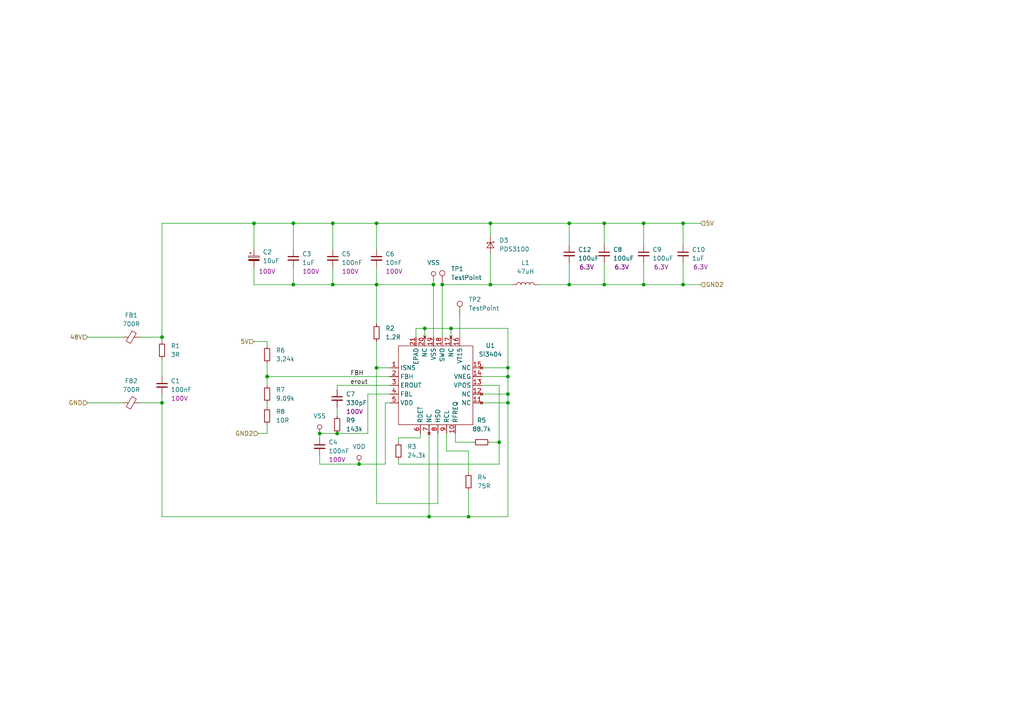
<source format=kicad_sch>
(kicad_sch (version 20211123) (generator eeschema)

  (uuid 7054d370-b592-4b76-9916-601c7db6771a)

  (paper "A4")

  (lib_symbols
    (symbol "Connector:TestPoint" (pin_numbers hide) (pin_names (offset 0.762) hide) (in_bom yes) (on_board yes)
      (property "Reference" "TP" (id 0) (at 0 6.858 0)
        (effects (font (size 1.27 1.27)))
      )
      (property "Value" "TestPoint" (id 1) (at 0 5.08 0)
        (effects (font (size 1.27 1.27)))
      )
      (property "Footprint" "" (id 2) (at 5.08 0 0)
        (effects (font (size 1.27 1.27)) hide)
      )
      (property "Datasheet" "~" (id 3) (at 5.08 0 0)
        (effects (font (size 1.27 1.27)) hide)
      )
      (property "ki_keywords" "test point tp" (id 4) (at 0 0 0)
        (effects (font (size 1.27 1.27)) hide)
      )
      (property "ki_description" "test point" (id 5) (at 0 0 0)
        (effects (font (size 1.27 1.27)) hide)
      )
      (property "ki_fp_filters" "Pin* Test*" (id 6) (at 0 0 0)
        (effects (font (size 1.27 1.27)) hide)
      )
      (symbol "TestPoint_0_1"
        (circle (center 0 3.302) (radius 0.762)
          (stroke (width 0) (type default) (color 0 0 0 0))
          (fill (type none))
        )
      )
      (symbol "TestPoint_1_1"
        (pin passive line (at 0 0 90) (length 2.54)
          (name "1" (effects (font (size 1.27 1.27))))
          (number "1" (effects (font (size 1.27 1.27))))
        )
      )
    )
    (symbol "Device:CP_Small" (pin_numbers hide) (pin_names (offset 0.254) hide) (in_bom yes) (on_board yes)
      (property "Reference" "C" (id 0) (at 0.254 1.778 0)
        (effects (font (size 1.27 1.27)) (justify left))
      )
      (property "Value" "CP_Small" (id 1) (at 0.254 -2.032 0)
        (effects (font (size 1.27 1.27)) (justify left))
      )
      (property "Footprint" "" (id 2) (at 0 0 0)
        (effects (font (size 1.27 1.27)) hide)
      )
      (property "Datasheet" "~" (id 3) (at 0 0 0)
        (effects (font (size 1.27 1.27)) hide)
      )
      (property "ki_keywords" "cap capacitor" (id 4) (at 0 0 0)
        (effects (font (size 1.27 1.27)) hide)
      )
      (property "ki_description" "Polarized capacitor, small symbol" (id 5) (at 0 0 0)
        (effects (font (size 1.27 1.27)) hide)
      )
      (property "ki_fp_filters" "CP_*" (id 6) (at 0 0 0)
        (effects (font (size 1.27 1.27)) hide)
      )
      (symbol "CP_Small_0_1"
        (rectangle (start -1.524 -0.3048) (end 1.524 -0.6858)
          (stroke (width 0) (type default) (color 0 0 0 0))
          (fill (type outline))
        )
        (rectangle (start -1.524 0.6858) (end 1.524 0.3048)
          (stroke (width 0) (type default) (color 0 0 0 0))
          (fill (type none))
        )
        (polyline
          (pts
            (xy -1.27 1.524)
            (xy -0.762 1.524)
          )
          (stroke (width 0) (type default) (color 0 0 0 0))
          (fill (type none))
        )
        (polyline
          (pts
            (xy -1.016 1.27)
            (xy -1.016 1.778)
          )
          (stroke (width 0) (type default) (color 0 0 0 0))
          (fill (type none))
        )
      )
      (symbol "CP_Small_1_1"
        (pin passive line (at 0 2.54 270) (length 1.8542)
          (name "~" (effects (font (size 1.27 1.27))))
          (number "1" (effects (font (size 1.27 1.27))))
        )
        (pin passive line (at 0 -2.54 90) (length 1.8542)
          (name "~" (effects (font (size 1.27 1.27))))
          (number "2" (effects (font (size 1.27 1.27))))
        )
      )
    )
    (symbol "Device:C_Small" (pin_numbers hide) (pin_names (offset 0.254) hide) (in_bom yes) (on_board yes)
      (property "Reference" "C" (id 0) (at 0.254 1.778 0)
        (effects (font (size 1.27 1.27)) (justify left))
      )
      (property "Value" "C_Small" (id 1) (at 0.254 -2.032 0)
        (effects (font (size 1.27 1.27)) (justify left))
      )
      (property "Footprint" "" (id 2) (at 0 0 0)
        (effects (font (size 1.27 1.27)) hide)
      )
      (property "Datasheet" "~" (id 3) (at 0 0 0)
        (effects (font (size 1.27 1.27)) hide)
      )
      (property "ki_keywords" "capacitor cap" (id 4) (at 0 0 0)
        (effects (font (size 1.27 1.27)) hide)
      )
      (property "ki_description" "Unpolarized capacitor, small symbol" (id 5) (at 0 0 0)
        (effects (font (size 1.27 1.27)) hide)
      )
      (property "ki_fp_filters" "C_*" (id 6) (at 0 0 0)
        (effects (font (size 1.27 1.27)) hide)
      )
      (symbol "C_Small_0_1"
        (polyline
          (pts
            (xy -1.524 -0.508)
            (xy 1.524 -0.508)
          )
          (stroke (width 0.3302) (type default) (color 0 0 0 0))
          (fill (type none))
        )
        (polyline
          (pts
            (xy -1.524 0.508)
            (xy 1.524 0.508)
          )
          (stroke (width 0.3048) (type default) (color 0 0 0 0))
          (fill (type none))
        )
      )
      (symbol "C_Small_1_1"
        (pin passive line (at 0 2.54 270) (length 2.032)
          (name "~" (effects (font (size 1.27 1.27))))
          (number "1" (effects (font (size 1.27 1.27))))
        )
        (pin passive line (at 0 -2.54 90) (length 2.032)
          (name "~" (effects (font (size 1.27 1.27))))
          (number "2" (effects (font (size 1.27 1.27))))
        )
      )
    )
    (symbol "Device:D_Schottky_Small" (pin_numbers hide) (pin_names (offset 0.254) hide) (in_bom yes) (on_board yes)
      (property "Reference" "D" (id 0) (at -1.27 2.032 0)
        (effects (font (size 1.27 1.27)) (justify left))
      )
      (property "Value" "D_Schottky_Small" (id 1) (at -7.112 -2.032 0)
        (effects (font (size 1.27 1.27)) (justify left))
      )
      (property "Footprint" "" (id 2) (at 0 0 90)
        (effects (font (size 1.27 1.27)) hide)
      )
      (property "Datasheet" "~" (id 3) (at 0 0 90)
        (effects (font (size 1.27 1.27)) hide)
      )
      (property "ki_keywords" "diode Schottky" (id 4) (at 0 0 0)
        (effects (font (size 1.27 1.27)) hide)
      )
      (property "ki_description" "Schottky diode, small symbol" (id 5) (at 0 0 0)
        (effects (font (size 1.27 1.27)) hide)
      )
      (property "ki_fp_filters" "TO-???* *_Diode_* *SingleDiode* D_*" (id 6) (at 0 0 0)
        (effects (font (size 1.27 1.27)) hide)
      )
      (symbol "D_Schottky_Small_0_1"
        (polyline
          (pts
            (xy -0.762 -1.016)
            (xy -0.762 1.016)
          )
          (stroke (width 0) (type default) (color 0 0 0 0))
          (fill (type none))
        )
        (polyline
          (pts
            (xy -0.762 0)
            (xy 0.762 0)
          )
          (stroke (width 0) (type default) (color 0 0 0 0))
          (fill (type none))
        )
        (polyline
          (pts
            (xy -0.762 -1.016)
            (xy -0.508 -1.016)
            (xy -0.508 -0.762)
          )
          (stroke (width 0) (type default) (color 0 0 0 0))
          (fill (type none))
        )
        (polyline
          (pts
            (xy -0.762 1.016)
            (xy -1.016 1.016)
            (xy -1.016 0.762)
          )
          (stroke (width 0) (type default) (color 0 0 0 0))
          (fill (type none))
        )
        (polyline
          (pts
            (xy 0.762 -1.016)
            (xy -0.762 0)
            (xy 0.762 1.016)
            (xy 0.762 -1.016)
          )
          (stroke (width 0) (type default) (color 0 0 0 0))
          (fill (type none))
        )
      )
      (symbol "D_Schottky_Small_1_1"
        (pin passive line (at -2.54 0 0) (length 1.778)
          (name "K" (effects (font (size 1.27 1.27))))
          (number "1" (effects (font (size 1.27 1.27))))
        )
        (pin passive line (at 2.54 0 180) (length 1.778)
          (name "A" (effects (font (size 1.27 1.27))))
          (number "2" (effects (font (size 1.27 1.27))))
        )
      )
    )
    (symbol "Device:Ferrite_Bead_Small" (pin_numbers hide) (pin_names (offset 0)) (in_bom yes) (on_board yes)
      (property "Reference" "FB" (id 0) (at 1.905 1.27 0)
        (effects (font (size 1.27 1.27)) (justify left))
      )
      (property "Value" "Ferrite_Bead_Small" (id 1) (at 1.905 -1.27 0)
        (effects (font (size 1.27 1.27)) (justify left))
      )
      (property "Footprint" "" (id 2) (at -1.778 0 90)
        (effects (font (size 1.27 1.27)) hide)
      )
      (property "Datasheet" "~" (id 3) (at 0 0 0)
        (effects (font (size 1.27 1.27)) hide)
      )
      (property "ki_keywords" "L ferrite bead inductor filter" (id 4) (at 0 0 0)
        (effects (font (size 1.27 1.27)) hide)
      )
      (property "ki_description" "Ferrite bead, small symbol" (id 5) (at 0 0 0)
        (effects (font (size 1.27 1.27)) hide)
      )
      (property "ki_fp_filters" "Inductor_* L_* *Ferrite*" (id 6) (at 0 0 0)
        (effects (font (size 1.27 1.27)) hide)
      )
      (symbol "Ferrite_Bead_Small_0_1"
        (polyline
          (pts
            (xy 0 -1.27)
            (xy 0 -0.7874)
          )
          (stroke (width 0) (type default) (color 0 0 0 0))
          (fill (type none))
        )
        (polyline
          (pts
            (xy 0 0.889)
            (xy 0 1.2954)
          )
          (stroke (width 0) (type default) (color 0 0 0 0))
          (fill (type none))
        )
        (polyline
          (pts
            (xy -1.8288 0.2794)
            (xy -1.1176 1.4986)
            (xy 1.8288 -0.2032)
            (xy 1.1176 -1.4224)
            (xy -1.8288 0.2794)
          )
          (stroke (width 0) (type default) (color 0 0 0 0))
          (fill (type none))
        )
      )
      (symbol "Ferrite_Bead_Small_1_1"
        (pin passive line (at 0 2.54 270) (length 1.27)
          (name "~" (effects (font (size 1.27 1.27))))
          (number "1" (effects (font (size 1.27 1.27))))
        )
        (pin passive line (at 0 -2.54 90) (length 1.27)
          (name "~" (effects (font (size 1.27 1.27))))
          (number "2" (effects (font (size 1.27 1.27))))
        )
      )
    )
    (symbol "Device:L" (pin_numbers hide) (pin_names (offset 1.016) hide) (in_bom yes) (on_board yes)
      (property "Reference" "L" (id 0) (at -1.27 0 90)
        (effects (font (size 1.27 1.27)))
      )
      (property "Value" "L" (id 1) (at 1.905 0 90)
        (effects (font (size 1.27 1.27)))
      )
      (property "Footprint" "" (id 2) (at 0 0 0)
        (effects (font (size 1.27 1.27)) hide)
      )
      (property "Datasheet" "~" (id 3) (at 0 0 0)
        (effects (font (size 1.27 1.27)) hide)
      )
      (property "ki_keywords" "inductor choke coil reactor magnetic" (id 4) (at 0 0 0)
        (effects (font (size 1.27 1.27)) hide)
      )
      (property "ki_description" "Inductor" (id 5) (at 0 0 0)
        (effects (font (size 1.27 1.27)) hide)
      )
      (property "ki_fp_filters" "Choke_* *Coil* Inductor_* L_*" (id 6) (at 0 0 0)
        (effects (font (size 1.27 1.27)) hide)
      )
      (symbol "L_0_1"
        (arc (start 0 -2.54) (mid 0.635 -1.905) (end 0 -1.27)
          (stroke (width 0) (type default) (color 0 0 0 0))
          (fill (type none))
        )
        (arc (start 0 -1.27) (mid 0.635 -0.635) (end 0 0)
          (stroke (width 0) (type default) (color 0 0 0 0))
          (fill (type none))
        )
        (arc (start 0 0) (mid 0.635 0.635) (end 0 1.27)
          (stroke (width 0) (type default) (color 0 0 0 0))
          (fill (type none))
        )
        (arc (start 0 1.27) (mid 0.635 1.905) (end 0 2.54)
          (stroke (width 0) (type default) (color 0 0 0 0))
          (fill (type none))
        )
      )
      (symbol "L_1_1"
        (pin passive line (at 0 3.81 270) (length 1.27)
          (name "1" (effects (font (size 1.27 1.27))))
          (number "1" (effects (font (size 1.27 1.27))))
        )
        (pin passive line (at 0 -3.81 90) (length 1.27)
          (name "2" (effects (font (size 1.27 1.27))))
          (number "2" (effects (font (size 1.27 1.27))))
        )
      )
    )
    (symbol "Device:R_Small" (pin_numbers hide) (pin_names (offset 0.254) hide) (in_bom yes) (on_board yes)
      (property "Reference" "R" (id 0) (at 0.762 0.508 0)
        (effects (font (size 1.27 1.27)) (justify left))
      )
      (property "Value" "R_Small" (id 1) (at 0.762 -1.016 0)
        (effects (font (size 1.27 1.27)) (justify left))
      )
      (property "Footprint" "" (id 2) (at 0 0 0)
        (effects (font (size 1.27 1.27)) hide)
      )
      (property "Datasheet" "~" (id 3) (at 0 0 0)
        (effects (font (size 1.27 1.27)) hide)
      )
      (property "ki_keywords" "R resistor" (id 4) (at 0 0 0)
        (effects (font (size 1.27 1.27)) hide)
      )
      (property "ki_description" "Resistor, small symbol" (id 5) (at 0 0 0)
        (effects (font (size 1.27 1.27)) hide)
      )
      (property "ki_fp_filters" "R_*" (id 6) (at 0 0 0)
        (effects (font (size 1.27 1.27)) hide)
      )
      (symbol "R_Small_0_1"
        (rectangle (start -0.762 1.778) (end 0.762 -1.778)
          (stroke (width 0.2032) (type default) (color 0 0 0 0))
          (fill (type none))
        )
      )
      (symbol "R_Small_1_1"
        (pin passive line (at 0 2.54 270) (length 0.762)
          (name "~" (effects (font (size 1.27 1.27))))
          (number "1" (effects (font (size 1.27 1.27))))
        )
        (pin passive line (at 0 -2.54 90) (length 0.762)
          (name "~" (effects (font (size 1.27 1.27))))
          (number "2" (effects (font (size 1.27 1.27))))
        )
      )
    )
    (symbol "parts:Si3404" (in_bom yes) (on_board yes)
      (property "Reference" "U" (id 0) (at 19.05 -12.7 0)
        (effects (font (size 1.27 1.27)))
      )
      (property "Value" "Si3404" (id 1) (at 21.59 -15.24 0)
        (effects (font (size 1.27 1.27)))
      )
      (property "Footprint" "" (id 2) (at 7.62 10.16 90)
        (effects (font (size 1.27 1.27)) hide)
      )
      (property "Datasheet" "" (id 3) (at 7.62 10.16 90)
        (effects (font (size 1.27 1.27)) hide)
      )
      (symbol "Si3404_0_1"
        (rectangle (start -10.16 12.7) (end 11.43 -10.16)
          (stroke (width 0) (type default) (color 0 0 0 0))
          (fill (type none))
        )
      )
      (symbol "Si3404_1_1"
        (pin passive line (at -12.7 6.35 0) (length 2.54)
          (name "ISNS" (effects (font (size 1.27 1.27))))
          (number "1" (effects (font (size 1.27 1.27))))
        )
        (pin passive line (at 6.35 -12.7 90) (length 2.54)
          (name "RFREQ" (effects (font (size 1.27 1.27))))
          (number "10" (effects (font (size 1.27 1.27))))
        )
        (pin no_connect line (at 13.97 -3.81 180) (length 2.54)
          (name "NC" (effects (font (size 1.27 1.27))))
          (number "11" (effects (font (size 1.27 1.27))))
        )
        (pin no_connect line (at 13.97 -1.27 180) (length 2.54)
          (name "NC" (effects (font (size 1.27 1.27))))
          (number "12" (effects (font (size 1.27 1.27))))
        )
        (pin passive line (at 13.97 1.27 180) (length 2.54)
          (name "VPOS" (effects (font (size 1.27 1.27))))
          (number "13" (effects (font (size 1.27 1.27))))
        )
        (pin passive line (at 13.97 3.81 180) (length 2.54)
          (name "VNEG" (effects (font (size 1.27 1.27))))
          (number "14" (effects (font (size 1.27 1.27))))
        )
        (pin no_connect line (at 13.97 6.35 180) (length 2.54)
          (name "NC" (effects (font (size 1.27 1.27))))
          (number "15" (effects (font (size 1.27 1.27))))
        )
        (pin passive line (at 7.62 15.24 270) (length 2.54)
          (name "VT15" (effects (font (size 1.27 1.27))))
          (number "16" (effects (font (size 1.27 1.27))))
        )
        (pin no_connect line (at 5.08 15.24 270) (length 2.54)
          (name "NC" (effects (font (size 1.27 1.27))))
          (number "17" (effects (font (size 1.27 1.27))))
        )
        (pin passive line (at 2.54 15.24 270) (length 2.54)
          (name "SWO" (effects (font (size 1.27 1.27))))
          (number "18" (effects (font (size 1.27 1.27))))
        )
        (pin power_in line (at 0 15.24 270) (length 2.54)
          (name "VSS" (effects (font (size 1.27 1.27))))
          (number "19" (effects (font (size 1.27 1.27))))
        )
        (pin passive line (at -12.7 3.81 0) (length 2.54)
          (name "FBH" (effects (font (size 1.27 1.27))))
          (number "2" (effects (font (size 1.27 1.27))))
        )
        (pin no_connect line (at -2.54 15.24 270) (length 2.54)
          (name "NC" (effects (font (size 1.27 1.27))))
          (number "20" (effects (font (size 1.27 1.27))))
        )
        (pin passive line (at -5.08 15.24 270) (length 2.54)
          (name "EPAD" (effects (font (size 1.27 1.27))))
          (number "21" (effects (font (size 1.27 1.27))))
        )
        (pin passive line (at -12.7 1.27 0) (length 2.54)
          (name "EROUT" (effects (font (size 1.27 1.27))))
          (number "3" (effects (font (size 1.27 1.27))))
        )
        (pin passive line (at -12.7 -1.27 0) (length 2.54)
          (name "FBL" (effects (font (size 1.27 1.27))))
          (number "4" (effects (font (size 1.27 1.27))))
        )
        (pin power_in line (at -12.7 -3.81 0) (length 2.54)
          (name "VDD" (effects (font (size 1.27 1.27))))
          (number "5" (effects (font (size 1.27 1.27))))
        )
        (pin passive line (at -3.81 -12.7 90) (length 2.54)
          (name "RDET" (effects (font (size 1.27 1.27))))
          (number "6" (effects (font (size 1.27 1.27))))
        )
        (pin no_connect line (at -1.27 -12.7 90) (length 2.54)
          (name "NC" (effects (font (size 1.27 1.27))))
          (number "7" (effects (font (size 1.27 1.27))))
        )
        (pin passive line (at 1.27 -12.7 90) (length 2.54)
          (name "HSO" (effects (font (size 1.27 1.27))))
          (number "8" (effects (font (size 1.27 1.27))))
        )
        (pin passive line (at 3.81 -12.7 90) (length 2.54)
          (name "RCL" (effects (font (size 1.27 1.27))))
          (number "9" (effects (font (size 1.27 1.27))))
        )
      )
    )
    (symbol "power:VDD" (power) (pin_names (offset 0)) (in_bom yes) (on_board yes)
      (property "Reference" "#PWR" (id 0) (at 0 -3.81 0)
        (effects (font (size 1.27 1.27)) hide)
      )
      (property "Value" "VDD" (id 1) (at 0 3.81 0)
        (effects (font (size 1.27 1.27)))
      )
      (property "Footprint" "" (id 2) (at 0 0 0)
        (effects (font (size 1.27 1.27)) hide)
      )
      (property "Datasheet" "" (id 3) (at 0 0 0)
        (effects (font (size 1.27 1.27)) hide)
      )
      (property "ki_keywords" "power-flag" (id 4) (at 0 0 0)
        (effects (font (size 1.27 1.27)) hide)
      )
      (property "ki_description" "Power symbol creates a global label with name \"VDD\"" (id 5) (at 0 0 0)
        (effects (font (size 1.27 1.27)) hide)
      )
      (symbol "VDD_0_1"
        (polyline
          (pts
            (xy 0 0)
            (xy 0 1.27)
          )
          (stroke (width 0) (type default) (color 0 0 0 0))
          (fill (type none))
        )
        (circle (center 0 1.905) (radius 0.635)
          (stroke (width 0) (type default) (color 0 0 0 0))
          (fill (type none))
        )
      )
      (symbol "VDD_1_1"
        (pin power_in line (at 0 0 90) (length 0) hide
          (name "VDD" (effects (font (size 1.27 1.27))))
          (number "1" (effects (font (size 1.27 1.27))))
        )
      )
    )
    (symbol "power:VSS" (power) (pin_names (offset 0)) (in_bom yes) (on_board yes)
      (property "Reference" "#PWR" (id 0) (at 0 -3.81 0)
        (effects (font (size 1.27 1.27)) hide)
      )
      (property "Value" "VSS" (id 1) (at 0 3.81 0)
        (effects (font (size 1.27 1.27)))
      )
      (property "Footprint" "" (id 2) (at 0 0 0)
        (effects (font (size 1.27 1.27)) hide)
      )
      (property "Datasheet" "" (id 3) (at 0 0 0)
        (effects (font (size 1.27 1.27)) hide)
      )
      (property "ki_keywords" "power-flag" (id 4) (at 0 0 0)
        (effects (font (size 1.27 1.27)) hide)
      )
      (property "ki_description" "Power symbol creates a global label with name \"VSS\"" (id 5) (at 0 0 0)
        (effects (font (size 1.27 1.27)) hide)
      )
      (symbol "VSS_0_1"
        (polyline
          (pts
            (xy 0 0)
            (xy 0 1.27)
          )
          (stroke (width 0) (type default) (color 0 0 0 0))
          (fill (type none))
        )
        (circle (center 0 1.905) (radius 0.635)
          (stroke (width 0) (type default) (color 0 0 0 0))
          (fill (type none))
        )
      )
      (symbol "VSS_1_1"
        (pin power_in line (at 0 0 90) (length 0) hide
          (name "VSS" (effects (font (size 1.27 1.27))))
          (number "1" (effects (font (size 1.27 1.27))))
        )
      )
    )
  )

  (junction (at 96.52 64.77) (diameter 0) (color 0 0 0 0)
    (uuid 15a4ff0a-c1ec-4283-9dc9-b4d50d3620f4)
  )
  (junction (at 142.24 64.77) (diameter 0) (color 0 0 0 0)
    (uuid 1684cd3d-f334-402e-8ebe-f7d781d22eaf)
  )
  (junction (at 109.22 64.77) (diameter 0) (color 0 0 0 0)
    (uuid 1f1a6464-19f6-4d84-8e4a-add35b23644f)
  )
  (junction (at 147.32 109.22) (diameter 0) (color 0 0 0 0)
    (uuid 2275993d-0ce3-4e8c-bc87-a70819fec092)
  )
  (junction (at 147.32 106.68) (diameter 0) (color 0 0 0 0)
    (uuid 26d323f0-529c-4fb4-adc2-c616e4f8b699)
  )
  (junction (at 175.26 82.55) (diameter 0) (color 0 0 0 0)
    (uuid 29c22f8c-7d92-47de-8122-4eb5b70486da)
  )
  (junction (at 77.47 109.22) (diameter 0) (color 0 0 0 0)
    (uuid 3fa6370a-076b-4d3b-a728-f17c96a25856)
  )
  (junction (at 123.19 95.25) (diameter 0) (color 0 0 0 0)
    (uuid 44b444ad-ee47-47e2-bde7-a03a5c60cd2c)
  )
  (junction (at 142.24 82.55) (diameter 0) (color 0 0 0 0)
    (uuid 518598af-cd06-4c75-aae4-d569722ff337)
  )
  (junction (at 46.99 97.79) (diameter 0) (color 0 0 0 0)
    (uuid 5ed4901d-4cd8-47ef-b33a-b09e2680113d)
  )
  (junction (at 124.46 149.86) (diameter 0) (color 0 0 0 0)
    (uuid 6e7307df-6f87-48a8-b263-ddce98918262)
  )
  (junction (at 144.78 128.27) (diameter 0) (color 0 0 0 0)
    (uuid 722db044-870d-46dd-8fe7-87ca15bae31e)
  )
  (junction (at 135.89 149.86) (diameter 0) (color 0 0 0 0)
    (uuid 7bcd1657-13cb-4cad-bf12-8033372b8a4b)
  )
  (junction (at 85.09 82.55) (diameter 0) (color 0 0 0 0)
    (uuid 7f6b0b88-0237-4b03-951d-410196f1d628)
  )
  (junction (at 175.26 64.77) (diameter 0) (color 0 0 0 0)
    (uuid 84174664-4c8d-4519-84ef-9654a76a7e2b)
  )
  (junction (at 104.14 134.62) (diameter 0) (color 0 0 0 0)
    (uuid 86b337a5-66c1-4439-93c5-7e2c8be9605f)
  )
  (junction (at 96.52 82.55) (diameter 0) (color 0 0 0 0)
    (uuid 88490e7b-9503-4f1a-88fd-3bb2e4f73a37)
  )
  (junction (at 186.69 64.77) (diameter 0) (color 0 0 0 0)
    (uuid 8be9ba90-0a97-4470-8244-6d5ec9fe2cee)
  )
  (junction (at 186.69 82.55) (diameter 0) (color 0 0 0 0)
    (uuid 9a3bea54-7d9e-48c7-8bef-01705d3bcd5e)
  )
  (junction (at 85.09 64.77) (diameter 0) (color 0 0 0 0)
    (uuid 9ab4e843-8fd8-47c8-85bc-273b395c53bc)
  )
  (junction (at 73.66 64.77) (diameter 0) (color 0 0 0 0)
    (uuid 9c04c398-6c75-42dc-aca6-f3d1802bb48e)
  )
  (junction (at 198.12 82.55) (diameter 0) (color 0 0 0 0)
    (uuid 9e05c9a7-33f9-4d19-83c1-5aa9a470d178)
  )
  (junction (at 125.73 82.55) (diameter 0) (color 0 0 0 0)
    (uuid a06b970a-0980-4da8-b73e-eb11a4d2fa47)
  )
  (junction (at 109.22 82.55) (diameter 0) (color 0 0 0 0)
    (uuid a143c1e4-729a-4551-a103-aee8ded16ec7)
  )
  (junction (at 198.12 64.77) (diameter 0) (color 0 0 0 0)
    (uuid affe9f0b-0c1a-458e-9d98-b6bba2b26cfb)
  )
  (junction (at 97.79 125.73) (diameter 0) (color 0 0 0 0)
    (uuid ba531765-525a-440f-99fd-1cd985ce4e02)
  )
  (junction (at 128.27 82.55) (diameter 0) (color 0 0 0 0)
    (uuid bd6593ba-224e-4264-87bf-56212bf05f5d)
  )
  (junction (at 130.81 95.25) (diameter 0) (color 0 0 0 0)
    (uuid c3fce197-8027-486e-8059-0c5c437a319c)
  )
  (junction (at 46.99 116.84) (diameter 0) (color 0 0 0 0)
    (uuid c715a8b5-5dd0-4d26-8316-a293d6ba2793)
  )
  (junction (at 147.32 116.84) (diameter 0) (color 0 0 0 0)
    (uuid de8a3f58-233d-4928-bb50-56c8e867fd2a)
  )
  (junction (at 165.1 64.77) (diameter 0) (color 0 0 0 0)
    (uuid e752bd9d-45b6-406b-b065-2edbe303f788)
  )
  (junction (at 147.32 114.3) (diameter 0) (color 0 0 0 0)
    (uuid ee9b7666-cde5-4808-bdc7-a5aa8d6513ae)
  )
  (junction (at 165.1 82.55) (diameter 0) (color 0 0 0 0)
    (uuid f4ebe3d3-d2f8-4278-9fe5-abbd9eaaef37)
  )
  (junction (at 92.71 125.73) (diameter 0) (color 0 0 0 0)
    (uuid f79355d6-ac01-455f-9653-7343bfee6e40)
  )
  (junction (at 109.22 106.68) (diameter 0) (color 0 0 0 0)
    (uuid ff893956-3ccb-4416-a65d-5811ae494705)
  )

  (wire (pts (xy 147.32 95.25) (xy 130.81 95.25))
    (stroke (width 0) (type default) (color 0 0 0 0))
    (uuid 00d8e8d8-ef75-408a-8d02-171e56070936)
  )
  (wire (pts (xy 106.68 114.3) (xy 113.03 114.3))
    (stroke (width 0) (type default) (color 0 0 0 0))
    (uuid 00f716cc-6bc4-4812-9e51-6de6d1d56706)
  )
  (wire (pts (xy 175.26 64.77) (xy 186.69 64.77))
    (stroke (width 0) (type default) (color 0 0 0 0))
    (uuid 0174b2b7-c092-4db4-9f11-d2ee54c7735b)
  )
  (wire (pts (xy 73.66 72.39) (xy 73.66 64.77))
    (stroke (width 0) (type default) (color 0 0 0 0))
    (uuid 019bb0b8-9dc1-4859-bddf-d3a0c14b7db0)
  )
  (wire (pts (xy 46.99 97.79) (xy 46.99 99.06))
    (stroke (width 0) (type default) (color 0 0 0 0))
    (uuid 0f114bc2-e472-41c4-a106-67915cf8e1d3)
  )
  (wire (pts (xy 109.22 64.77) (xy 142.24 64.77))
    (stroke (width 0) (type default) (color 0 0 0 0))
    (uuid 118146db-cc8e-4694-82af-176ef546ca29)
  )
  (wire (pts (xy 123.19 95.25) (xy 123.19 97.79))
    (stroke (width 0) (type default) (color 0 0 0 0))
    (uuid 11f85b52-ca92-45d1-a0e0-ab190584f133)
  )
  (wire (pts (xy 129.54 130.81) (xy 135.89 130.81))
    (stroke (width 0) (type default) (color 0 0 0 0))
    (uuid 14cc0391-6628-4440-90c7-65954b1214c2)
  )
  (wire (pts (xy 109.22 106.68) (xy 113.03 106.68))
    (stroke (width 0) (type default) (color 0 0 0 0))
    (uuid 17fbedce-2933-4569-aa2f-3f39f826052e)
  )
  (wire (pts (xy 144.78 128.27) (xy 144.78 111.76))
    (stroke (width 0) (type default) (color 0 0 0 0))
    (uuid 184c45c2-b2bd-47cf-b94a-ae3d26c9d596)
  )
  (wire (pts (xy 46.99 149.86) (xy 124.46 149.86))
    (stroke (width 0) (type default) (color 0 0 0 0))
    (uuid 1aa822d5-28c1-4759-9ded-988d8c066f5e)
  )
  (wire (pts (xy 77.47 100.33) (xy 77.47 99.06))
    (stroke (width 0) (type default) (color 0 0 0 0))
    (uuid 1d928159-db9b-4dea-acc7-dce5486a9b41)
  )
  (wire (pts (xy 186.69 82.55) (xy 186.69 76.2))
    (stroke (width 0) (type default) (color 0 0 0 0))
    (uuid 1e98d48f-6b68-45dc-9a3f-688540c444f6)
  )
  (wire (pts (xy 111.76 116.84) (xy 111.76 134.62))
    (stroke (width 0) (type default) (color 0 0 0 0))
    (uuid 2147ed10-10d3-4476-ac4b-0f117afbd209)
  )
  (wire (pts (xy 142.24 128.27) (xy 144.78 128.27))
    (stroke (width 0) (type default) (color 0 0 0 0))
    (uuid 21e3189f-4aa5-4109-ad16-90c82efa21f5)
  )
  (wire (pts (xy 132.08 128.27) (xy 137.16 128.27))
    (stroke (width 0) (type default) (color 0 0 0 0))
    (uuid 232bb327-f4f9-4032-ad6d-95d64050e4d3)
  )
  (wire (pts (xy 186.69 64.77) (xy 198.12 64.77))
    (stroke (width 0) (type default) (color 0 0 0 0))
    (uuid 2e6aeaf4-454a-42a0-a0bf-e600919ab157)
  )
  (wire (pts (xy 46.99 64.77) (xy 73.66 64.77))
    (stroke (width 0) (type default) (color 0 0 0 0))
    (uuid 35200e68-ab21-426e-bb57-98aff320e088)
  )
  (wire (pts (xy 156.21 82.55) (xy 165.1 82.55))
    (stroke (width 0) (type default) (color 0 0 0 0))
    (uuid 3dd05e0a-6fe4-4de6-81df-97b26be40fb4)
  )
  (wire (pts (xy 77.47 109.22) (xy 113.03 109.22))
    (stroke (width 0) (type default) (color 0 0 0 0))
    (uuid 3df59056-9b69-43d0-bf6e-d36c0f1aa786)
  )
  (wire (pts (xy 127 146.05) (xy 127 125.73))
    (stroke (width 0) (type default) (color 0 0 0 0))
    (uuid 3f602bbd-a470-411d-811d-0e17e5e5e0b6)
  )
  (wire (pts (xy 139.7 109.22) (xy 147.32 109.22))
    (stroke (width 0) (type default) (color 0 0 0 0))
    (uuid 40a9c8d6-cfbe-4f1f-a605-617860f90477)
  )
  (wire (pts (xy 46.99 116.84) (xy 46.99 149.86))
    (stroke (width 0) (type default) (color 0 0 0 0))
    (uuid 41bcf617-d3e4-4976-8524-a67c43c07b8d)
  )
  (wire (pts (xy 135.89 142.24) (xy 135.89 149.86))
    (stroke (width 0) (type default) (color 0 0 0 0))
    (uuid 41e2119f-5cd6-469d-98b0-7d9c5b47100c)
  )
  (wire (pts (xy 109.22 64.77) (xy 96.52 64.77))
    (stroke (width 0) (type default) (color 0 0 0 0))
    (uuid 422528cf-5b1e-4504-8c79-e1a640f54007)
  )
  (wire (pts (xy 139.7 116.84) (xy 147.32 116.84))
    (stroke (width 0) (type default) (color 0 0 0 0))
    (uuid 43a25a06-f3f6-49a1-a4fb-81300fd1696c)
  )
  (wire (pts (xy 109.22 93.98) (xy 109.22 82.55))
    (stroke (width 0) (type default) (color 0 0 0 0))
    (uuid 43debf19-50f3-4fa6-86ce-a4180132b97a)
  )
  (wire (pts (xy 124.46 149.86) (xy 135.89 149.86))
    (stroke (width 0) (type default) (color 0 0 0 0))
    (uuid 46edb5af-cec9-4812-a20f-cf20a2dcc857)
  )
  (wire (pts (xy 186.69 64.77) (xy 186.69 71.12))
    (stroke (width 0) (type default) (color 0 0 0 0))
    (uuid 4e01de8b-db01-4359-b405-aeb4ee8b60f1)
  )
  (wire (pts (xy 123.19 95.25) (xy 120.65 95.25))
    (stroke (width 0) (type default) (color 0 0 0 0))
    (uuid 500808c8-6b75-4d85-ab73-2b5edb2325ba)
  )
  (wire (pts (xy 109.22 72.39) (xy 109.22 64.77))
    (stroke (width 0) (type default) (color 0 0 0 0))
    (uuid 505f20d6-69e4-41ed-a2ca-c087daeec8ad)
  )
  (wire (pts (xy 46.99 116.84) (xy 46.99 114.3))
    (stroke (width 0) (type default) (color 0 0 0 0))
    (uuid 5a30c2a9-e608-401a-ba82-55d0b8e977ed)
  )
  (wire (pts (xy 97.79 125.73) (xy 106.68 125.73))
    (stroke (width 0) (type default) (color 0 0 0 0))
    (uuid 5e004c4c-af48-4711-be1b-2783e246f058)
  )
  (wire (pts (xy 147.32 106.68) (xy 147.32 95.25))
    (stroke (width 0) (type default) (color 0 0 0 0))
    (uuid 5f4ef103-3ed3-44d2-87f4-e638a4b7c7c4)
  )
  (wire (pts (xy 133.35 91.44) (xy 133.35 97.79))
    (stroke (width 0) (type default) (color 0 0 0 0))
    (uuid 5f694011-637a-478a-9529-2009449e74d9)
  )
  (wire (pts (xy 142.24 82.55) (xy 148.59 82.55))
    (stroke (width 0) (type default) (color 0 0 0 0))
    (uuid 6144546f-1ce1-4ccb-8c07-6401bb9e8efc)
  )
  (wire (pts (xy 96.52 82.55) (xy 109.22 82.55))
    (stroke (width 0) (type default) (color 0 0 0 0))
    (uuid 625fddf6-5b51-45f4-94fa-38401194d209)
  )
  (wire (pts (xy 165.1 64.77) (xy 175.26 64.77))
    (stroke (width 0) (type default) (color 0 0 0 0))
    (uuid 6656d8cb-f609-47e3-93dc-2b8475a6695c)
  )
  (wire (pts (xy 109.22 77.47) (xy 109.22 82.55))
    (stroke (width 0) (type default) (color 0 0 0 0))
    (uuid 66daff3d-d9a1-434d-bc37-ac3149ad4930)
  )
  (wire (pts (xy 142.24 82.55) (xy 142.24 73.66))
    (stroke (width 0) (type default) (color 0 0 0 0))
    (uuid 6ababb45-fe0e-4865-82d8-860c8ac79cb5)
  )
  (wire (pts (xy 130.81 95.25) (xy 130.81 97.79))
    (stroke (width 0) (type default) (color 0 0 0 0))
    (uuid 6d70e1ff-2261-4255-b382-9d4ea975879c)
  )
  (wire (pts (xy 147.32 109.22) (xy 147.32 106.68))
    (stroke (width 0) (type default) (color 0 0 0 0))
    (uuid 709bc23a-5048-4162-bedc-484a807d2ccc)
  )
  (wire (pts (xy 25.4 116.84) (xy 35.56 116.84))
    (stroke (width 0) (type default) (color 0 0 0 0))
    (uuid 71939cb2-56b4-45e9-b06b-7b3868a78199)
  )
  (wire (pts (xy 73.66 82.55) (xy 85.09 82.55))
    (stroke (width 0) (type default) (color 0 0 0 0))
    (uuid 7627ad07-126b-4f32-b824-4d9523bebf30)
  )
  (wire (pts (xy 135.89 130.81) (xy 135.89 137.16))
    (stroke (width 0) (type default) (color 0 0 0 0))
    (uuid 78c35e67-a295-43ec-b8f6-8792a2f29e07)
  )
  (wire (pts (xy 175.26 82.55) (xy 186.69 82.55))
    (stroke (width 0) (type default) (color 0 0 0 0))
    (uuid 78ea93d6-5955-4bc8-822e-e1f7523bc3b1)
  )
  (wire (pts (xy 130.81 95.25) (xy 123.19 95.25))
    (stroke (width 0) (type default) (color 0 0 0 0))
    (uuid 7bddf41d-210f-4846-b56d-53f47943bb6f)
  )
  (wire (pts (xy 124.46 125.73) (xy 124.46 149.86))
    (stroke (width 0) (type default) (color 0 0 0 0))
    (uuid 7d33fa65-373b-44d0-aaf7-d35ad5846658)
  )
  (wire (pts (xy 144.78 134.62) (xy 144.78 128.27))
    (stroke (width 0) (type default) (color 0 0 0 0))
    (uuid 82500f94-2a7d-416e-8b26-89963af9ce3a)
  )
  (wire (pts (xy 96.52 77.47) (xy 96.52 82.55))
    (stroke (width 0) (type default) (color 0 0 0 0))
    (uuid 842b3ee2-bb05-493a-9df0-21be0ca6b29f)
  )
  (wire (pts (xy 109.22 82.55) (xy 125.73 82.55))
    (stroke (width 0) (type default) (color 0 0 0 0))
    (uuid 87611038-8157-4476-9a4c-0813c5dc94ac)
  )
  (wire (pts (xy 198.12 82.55) (xy 203.2 82.55))
    (stroke (width 0) (type default) (color 0 0 0 0))
    (uuid 89df8ca6-8985-458c-9d18-43a47581148c)
  )
  (wire (pts (xy 165.1 82.55) (xy 165.1 76.2))
    (stroke (width 0) (type default) (color 0 0 0 0))
    (uuid 8a120454-a61a-426c-bac3-0b4c6b9f002c)
  )
  (wire (pts (xy 135.89 149.86) (xy 147.32 149.86))
    (stroke (width 0) (type default) (color 0 0 0 0))
    (uuid 8b074083-1e14-4f19-adff-caac185e3525)
  )
  (wire (pts (xy 115.57 133.35) (xy 115.57 134.62))
    (stroke (width 0) (type default) (color 0 0 0 0))
    (uuid 8bb5a64c-9ea0-4d76-8112-2e0e84c39a49)
  )
  (wire (pts (xy 85.09 82.55) (xy 96.52 82.55))
    (stroke (width 0) (type default) (color 0 0 0 0))
    (uuid 8cbfee0f-5019-4d2f-89cb-71b0232a4259)
  )
  (wire (pts (xy 198.12 64.77) (xy 203.2 64.77))
    (stroke (width 0) (type default) (color 0 0 0 0))
    (uuid 92dfc0b3-3e3f-43dd-a51a-e95e83320318)
  )
  (wire (pts (xy 147.32 114.3) (xy 147.32 109.22))
    (stroke (width 0) (type default) (color 0 0 0 0))
    (uuid 938c9460-ad75-468c-9e73-8093e96e0e2e)
  )
  (wire (pts (xy 77.47 125.73) (xy 77.47 123.19))
    (stroke (width 0) (type default) (color 0 0 0 0))
    (uuid 942f8229-4741-47f2-8b30-59fce8c1ed4d)
  )
  (wire (pts (xy 85.09 77.47) (xy 85.09 82.55))
    (stroke (width 0) (type default) (color 0 0 0 0))
    (uuid 98b29c62-db51-4b8d-88f9-6bd453aa52c6)
  )
  (wire (pts (xy 109.22 99.06) (xy 109.22 106.68))
    (stroke (width 0) (type default) (color 0 0 0 0))
    (uuid 98c1cecd-23d2-4a92-9f7b-3840088ac1b4)
  )
  (wire (pts (xy 129.54 125.73) (xy 129.54 130.81))
    (stroke (width 0) (type default) (color 0 0 0 0))
    (uuid 9b9cc8c8-5d43-4470-b808-4fe87b445680)
  )
  (wire (pts (xy 128.27 82.55) (xy 128.27 97.79))
    (stroke (width 0) (type default) (color 0 0 0 0))
    (uuid a38b1dc6-5fe6-447f-8150-5d43241f921b)
  )
  (wire (pts (xy 109.22 106.68) (xy 109.22 146.05))
    (stroke (width 0) (type default) (color 0 0 0 0))
    (uuid a9253c3d-5ceb-45b2-9e1a-3d0a1a6ef4a3)
  )
  (wire (pts (xy 142.24 64.77) (xy 142.24 68.58))
    (stroke (width 0) (type default) (color 0 0 0 0))
    (uuid a9e673d4-66f7-4e01-9f0c-148c2fef6a34)
  )
  (wire (pts (xy 85.09 64.77) (xy 85.09 72.39))
    (stroke (width 0) (type default) (color 0 0 0 0))
    (uuid ac169c25-e80d-4c3a-8735-566e0206daec)
  )
  (wire (pts (xy 96.52 64.77) (xy 85.09 64.77))
    (stroke (width 0) (type default) (color 0 0 0 0))
    (uuid ac83793c-f714-4d53-ae77-f98beb1d5225)
  )
  (wire (pts (xy 120.65 95.25) (xy 120.65 97.79))
    (stroke (width 0) (type default) (color 0 0 0 0))
    (uuid ad4eebfe-b382-4556-8ae0-63a69f259553)
  )
  (wire (pts (xy 92.71 132.08) (xy 92.71 134.62))
    (stroke (width 0) (type default) (color 0 0 0 0))
    (uuid ad8e554c-6b4a-4760-95b4-d27034feb8ff)
  )
  (wire (pts (xy 147.32 106.68) (xy 139.7 106.68))
    (stroke (width 0) (type default) (color 0 0 0 0))
    (uuid b133fa72-86c9-44f4-8a7b-941cb1141709)
  )
  (wire (pts (xy 97.79 118.11) (xy 97.79 120.65))
    (stroke (width 0) (type default) (color 0 0 0 0))
    (uuid b57e71e6-7cea-437d-ac47-57c8c19ae03a)
  )
  (wire (pts (xy 111.76 116.84) (xy 113.03 116.84))
    (stroke (width 0) (type default) (color 0 0 0 0))
    (uuid b5d6fcd7-a31f-46a2-afba-6ea0ad319b18)
  )
  (wire (pts (xy 115.57 128.27) (xy 115.57 127))
    (stroke (width 0) (type default) (color 0 0 0 0))
    (uuid b6ec320e-8b59-4a16-9c0c-4de768fff6f4)
  )
  (wire (pts (xy 139.7 114.3) (xy 147.32 114.3))
    (stroke (width 0) (type default) (color 0 0 0 0))
    (uuid b70758da-a2a8-41dd-b195-ae8c4131fb09)
  )
  (wire (pts (xy 147.32 149.86) (xy 147.32 116.84))
    (stroke (width 0) (type default) (color 0 0 0 0))
    (uuid b984185b-c76a-4e22-bed4-cc4e710f0763)
  )
  (wire (pts (xy 92.71 127) (xy 92.71 125.73))
    (stroke (width 0) (type default) (color 0 0 0 0))
    (uuid ba231b4f-afd8-4b1e-ae66-13e90906f247)
  )
  (wire (pts (xy 40.64 116.84) (xy 46.99 116.84))
    (stroke (width 0) (type default) (color 0 0 0 0))
    (uuid ba71da41-3466-46af-bca6-1b7f1376135d)
  )
  (wire (pts (xy 104.14 134.62) (xy 111.76 134.62))
    (stroke (width 0) (type default) (color 0 0 0 0))
    (uuid bab7a974-9195-4ada-9051-3881510d2a30)
  )
  (wire (pts (xy 25.4 97.79) (xy 35.56 97.79))
    (stroke (width 0) (type default) (color 0 0 0 0))
    (uuid bc7bb627-f0b1-40fa-884d-dc8007b626af)
  )
  (wire (pts (xy 46.99 97.79) (xy 46.99 64.77))
    (stroke (width 0) (type default) (color 0 0 0 0))
    (uuid be774bbc-1939-452d-8395-d52efde47c98)
  )
  (wire (pts (xy 77.47 116.84) (xy 77.47 118.11))
    (stroke (width 0) (type default) (color 0 0 0 0))
    (uuid c656deaf-99e3-4eba-9bae-af5e3eb9a894)
  )
  (wire (pts (xy 198.12 64.77) (xy 198.12 71.12))
    (stroke (width 0) (type default) (color 0 0 0 0))
    (uuid c763def8-e1f9-47db-9cda-a254cc0ab3df)
  )
  (wire (pts (xy 165.1 64.77) (xy 165.1 71.12))
    (stroke (width 0) (type default) (color 0 0 0 0))
    (uuid ca9bb915-47ca-410c-b9ed-acb1df0a2e2d)
  )
  (wire (pts (xy 142.24 64.77) (xy 165.1 64.77))
    (stroke (width 0) (type default) (color 0 0 0 0))
    (uuid cc5b74c2-48b2-4176-ae08-2e40d1ce932a)
  )
  (wire (pts (xy 73.66 77.47) (xy 73.66 82.55))
    (stroke (width 0) (type default) (color 0 0 0 0))
    (uuid cc9ab284-c4da-4e03-b3d9-47db9d03043d)
  )
  (wire (pts (xy 46.99 104.14) (xy 46.99 109.22))
    (stroke (width 0) (type default) (color 0 0 0 0))
    (uuid cdc3cbe5-496f-4f67-9943-aa9a8ad972b0)
  )
  (wire (pts (xy 186.69 82.55) (xy 198.12 82.55))
    (stroke (width 0) (type default) (color 0 0 0 0))
    (uuid cdc7d354-16fc-4482-a35d-8572412cf063)
  )
  (wire (pts (xy 77.47 99.06) (xy 73.66 99.06))
    (stroke (width 0) (type default) (color 0 0 0 0))
    (uuid cecd63f4-0ef5-498b-9787-5f6e4b0e1d64)
  )
  (wire (pts (xy 144.78 111.76) (xy 139.7 111.76))
    (stroke (width 0) (type default) (color 0 0 0 0))
    (uuid d05e1e22-081d-420e-ad9d-e104a27d188f)
  )
  (wire (pts (xy 97.79 113.03) (xy 97.79 111.76))
    (stroke (width 0) (type default) (color 0 0 0 0))
    (uuid d129b27f-be19-4bec-b962-e62d2f6062d5)
  )
  (wire (pts (xy 121.92 127) (xy 121.92 125.73))
    (stroke (width 0) (type default) (color 0 0 0 0))
    (uuid d3d90b33-ae60-45e9-b7ae-ce60845103f2)
  )
  (wire (pts (xy 175.26 82.55) (xy 175.26 76.2))
    (stroke (width 0) (type default) (color 0 0 0 0))
    (uuid d508eea5-eaef-4fbc-840e-49d8a9aeab5b)
  )
  (wire (pts (xy 125.73 81.28) (xy 125.73 82.55))
    (stroke (width 0) (type default) (color 0 0 0 0))
    (uuid d5d08936-5057-40b2-be89-d62995db7399)
  )
  (wire (pts (xy 92.71 134.62) (xy 104.14 134.62))
    (stroke (width 0) (type default) (color 0 0 0 0))
    (uuid d60bbd66-aa82-424f-8a44-349dbb489e08)
  )
  (wire (pts (xy 125.73 82.55) (xy 125.73 97.79))
    (stroke (width 0) (type default) (color 0 0 0 0))
    (uuid d60ee5fc-f7b1-4cec-8058-f76e765dbf66)
  )
  (wire (pts (xy 106.68 125.73) (xy 106.68 114.3))
    (stroke (width 0) (type default) (color 0 0 0 0))
    (uuid d6333232-2c7f-4e84-9be6-410090092344)
  )
  (wire (pts (xy 115.57 127) (xy 121.92 127))
    (stroke (width 0) (type default) (color 0 0 0 0))
    (uuid d67cef12-6ce0-4d20-8df9-1c2d441b3a9b)
  )
  (wire (pts (xy 77.47 105.41) (xy 77.47 109.22))
    (stroke (width 0) (type default) (color 0 0 0 0))
    (uuid da368db6-2277-446b-a1cf-b07e9a2de9e9)
  )
  (wire (pts (xy 128.27 82.55) (xy 142.24 82.55))
    (stroke (width 0) (type default) (color 0 0 0 0))
    (uuid de90e053-997b-4c00-9ded-500b48b5298c)
  )
  (wire (pts (xy 92.71 125.73) (xy 97.79 125.73))
    (stroke (width 0) (type default) (color 0 0 0 0))
    (uuid e0ed172a-df4b-4647-8e50-f40998c306b8)
  )
  (wire (pts (xy 198.12 82.55) (xy 198.12 76.2))
    (stroke (width 0) (type default) (color 0 0 0 0))
    (uuid e2defde1-f5e0-405a-b12e-716dc7c6b7b6)
  )
  (wire (pts (xy 109.22 146.05) (xy 127 146.05))
    (stroke (width 0) (type default) (color 0 0 0 0))
    (uuid e2ed60eb-0c1e-407c-9b97-3402dfce8a9a)
  )
  (wire (pts (xy 97.79 111.76) (xy 113.03 111.76))
    (stroke (width 0) (type default) (color 0 0 0 0))
    (uuid e4501461-136a-449e-89a9-5c407d32e10f)
  )
  (wire (pts (xy 77.47 109.22) (xy 77.47 111.76))
    (stroke (width 0) (type default) (color 0 0 0 0))
    (uuid eb8a119c-29f5-4ed5-8013-fb69adf3394b)
  )
  (wire (pts (xy 74.93 125.73) (xy 77.47 125.73))
    (stroke (width 0) (type default) (color 0 0 0 0))
    (uuid ebbd39fc-97c7-47e2-9d5d-5d08dad6ec57)
  )
  (wire (pts (xy 132.08 125.73) (xy 132.08 128.27))
    (stroke (width 0) (type default) (color 0 0 0 0))
    (uuid ee2da1b1-0582-4bc4-a131-954bd930b214)
  )
  (wire (pts (xy 147.32 116.84) (xy 147.32 114.3))
    (stroke (width 0) (type default) (color 0 0 0 0))
    (uuid eee1e30f-8fbb-4d84-b234-6de74b34734b)
  )
  (wire (pts (xy 165.1 82.55) (xy 175.26 82.55))
    (stroke (width 0) (type default) (color 0 0 0 0))
    (uuid efa26b51-c58e-4fd9-a7dc-57018a84bf81)
  )
  (wire (pts (xy 96.52 64.77) (xy 96.52 72.39))
    (stroke (width 0) (type default) (color 0 0 0 0))
    (uuid f4f074c1-4cb9-4213-8f99-ca086be257a7)
  )
  (wire (pts (xy 115.57 134.62) (xy 144.78 134.62))
    (stroke (width 0) (type default) (color 0 0 0 0))
    (uuid f5f11dc6-862a-44c9-ba0c-a0d68e6ad655)
  )
  (wire (pts (xy 175.26 64.77) (xy 175.26 71.12))
    (stroke (width 0) (type default) (color 0 0 0 0))
    (uuid f7f587de-0e53-445e-9a25-93ed1c9f04d9)
  )
  (wire (pts (xy 73.66 64.77) (xy 85.09 64.77))
    (stroke (width 0) (type default) (color 0 0 0 0))
    (uuid f9634911-26dd-48a1-b5b1-d8860718222c)
  )
  (wire (pts (xy 40.64 97.79) (xy 46.99 97.79))
    (stroke (width 0) (type default) (color 0 0 0 0))
    (uuid fd76ac20-4b6a-4c35-a653-917a959f997a)
  )

  (label "FBH" (at 101.6 109.22 0)
    (effects (font (size 1.27 1.27)) (justify left bottom))
    (uuid bf8253a2-b076-4103-8404-08d44eab03a2)
  )
  (label "erout" (at 101.6 111.76 0)
    (effects (font (size 1.27 1.27)) (justify left bottom))
    (uuid c42cfc21-803b-44c6-9262-ec1489fe4016)
  )

  (hierarchical_label "GND2" (shape input) (at 74.93 125.73 180)
    (effects (font (size 1.27 1.27)) (justify right))
    (uuid 4f7df87c-67e3-4d53-8635-48c3312e40f1)
  )
  (hierarchical_label "GND2" (shape input) (at 203.2 82.55 0)
    (effects (font (size 1.27 1.27)) (justify left))
    (uuid 55ef92c5-85a3-4908-9063-1a21efd83f2d)
  )
  (hierarchical_label "5V" (shape input) (at 73.66 99.06 180)
    (effects (font (size 1.27 1.27)) (justify right))
    (uuid 6f3a4d6c-a706-4368-b160-c08cbaa82c0f)
  )
  (hierarchical_label "48V" (shape input) (at 25.4 97.79 180)
    (effects (font (size 1.27 1.27)) (justify right))
    (uuid 86174a0c-a5c5-4fe8-938e-6977ec3c9ae0)
  )
  (hierarchical_label "5V" (shape input) (at 203.2 64.77 0)
    (effects (font (size 1.27 1.27)) (justify left))
    (uuid 8ce6e219-be04-4bd8-bbee-59b4e4f2bbc5)
  )
  (hierarchical_label "GND" (shape input) (at 25.4 116.84 180)
    (effects (font (size 1.27 1.27)) (justify right))
    (uuid bc132226-2fe2-4c28-9c67-482abb7babf7)
  )

  (symbol (lib_id "power:VDD") (at 104.14 134.62 0) (unit 1)
    (in_bom yes) (on_board yes) (fields_autoplaced)
    (uuid 082b71dc-2a2f-40db-bc36-a837731d5ab6)
    (property "Reference" "#PWR0104" (id 0) (at 104.14 138.43 0)
      (effects (font (size 1.27 1.27)) hide)
    )
    (property "Value" "VDD" (id 1) (at 104.14 129.54 0))
    (property "Footprint" "" (id 2) (at 104.14 134.62 0)
      (effects (font (size 1.27 1.27)) hide)
    )
    (property "Datasheet" "" (id 3) (at 104.14 134.62 0)
      (effects (font (size 1.27 1.27)) hide)
    )
    (pin "1" (uuid a6e73174-113f-40bd-841e-797065e2b65d))
  )

  (symbol (lib_id "Device:R_Small") (at 77.47 114.3 0) (unit 1)
    (in_bom yes) (on_board yes) (fields_autoplaced)
    (uuid 0988f18f-14f0-4f8a-b122-f91e2cad628e)
    (property "Reference" "R7" (id 0) (at 80.01 113.0299 0)
      (effects (font (size 1.27 1.27)) (justify left))
    )
    (property "Value" "9.09k" (id 1) (at 80.01 115.5699 0)
      (effects (font (size 1.27 1.27)) (justify left))
    )
    (property "Footprint" "Resistor_SMD:R_0603_1608Metric" (id 2) (at 77.47 114.3 0)
      (effects (font (size 1.27 1.27)) hide)
    )
    (property "Datasheet" "~" (id 3) (at 77.47 114.3 0)
      (effects (font (size 1.27 1.27)) hide)
    )
    (pin "1" (uuid bf543135-6703-4f16-9b7d-8864b628e1d1))
    (pin "2" (uuid ffac6444-a987-43a8-a85f-b53d9a032d8e))
  )

  (symbol (lib_id "Device:C_Small") (at 96.52 74.93 0) (unit 1)
    (in_bom yes) (on_board yes)
    (uuid 0fc84f27-4033-431c-a063-85c757ebf86b)
    (property "Reference" "C5" (id 0) (at 99.06 73.6662 0)
      (effects (font (size 1.27 1.27)) (justify left))
    )
    (property "Value" "100nF" (id 1) (at 99.06 76.2062 0)
      (effects (font (size 1.27 1.27)) (justify left))
    )
    (property "Footprint" "Capacitor_SMD:C_1210_3225Metric" (id 2) (at 96.52 74.93 0)
      (effects (font (size 1.27 1.27)) hide)
    )
    (property "Datasheet" "~" (id 3) (at 96.52 74.93 0)
      (effects (font (size 1.27 1.27)) hide)
    )
    (property "Voltage" "100V" (id 4) (at 101.6 78.74 0))
    (pin "1" (uuid 27b0e85c-ba3e-4aef-9697-cb4f99684592))
    (pin "2" (uuid 60d36283-3e55-40bc-9717-b92b5d89af8d))
  )

  (symbol (lib_id "Device:R_Small") (at 135.89 139.7 180) (unit 1)
    (in_bom yes) (on_board yes) (fields_autoplaced)
    (uuid 139ec7b9-35e0-484a-acba-219c0a89d5a9)
    (property "Reference" "R4" (id 0) (at 138.43 138.4299 0)
      (effects (font (size 1.27 1.27)) (justify right))
    )
    (property "Value" "75R" (id 1) (at 138.43 140.9699 0)
      (effects (font (size 1.27 1.27)) (justify right))
    )
    (property "Footprint" "Resistor_SMD:R_0603_1608Metric" (id 2) (at 135.89 139.7 0)
      (effects (font (size 1.27 1.27)) hide)
    )
    (property "Datasheet" "~" (id 3) (at 135.89 139.7 0)
      (effects (font (size 1.27 1.27)) hide)
    )
    (pin "1" (uuid 7a064a76-508e-415a-927d-fa97a879d354))
    (pin "2" (uuid 4cac0ab1-cd2a-41a3-9fe0-c96b09d38370))
  )

  (symbol (lib_id "Device:D_Schottky_Small") (at 142.24 71.12 270) (unit 1)
    (in_bom yes) (on_board yes) (fields_autoplaced)
    (uuid 277aaa48-a622-4a2e-bd10-34674a3cd4f4)
    (property "Reference" "D3" (id 0) (at 144.78 69.7229 90)
      (effects (font (size 1.27 1.27)) (justify left))
    )
    (property "Value" "PDS3100" (id 1) (at 144.78 72.2629 90)
      (effects (font (size 1.27 1.27)) (justify left))
    )
    (property "Footprint" "Diode_SMD:D_PowerDI-5" (id 2) (at 142.24 71.12 90)
      (effects (font (size 1.27 1.27)) hide)
    )
    (property "Datasheet" "~" (id 3) (at 142.24 71.12 90)
      (effects (font (size 1.27 1.27)) hide)
    )
    (property "Voltage" "100V" (id 4) (at 142.24 71.12 90)
      (effects (font (size 1.27 1.27)) hide)
    )
    (property "MPN" "PDS3100-13" (id 5) (at 142.24 71.12 90)
      (effects (font (size 1.27 1.27)) hide)
    )
    (pin "1" (uuid 8da25805-bd07-4952-82c6-e381dd058af9))
    (pin "2" (uuid cc383b2b-9fc7-4031-8329-2434d3c1fd10))
  )

  (symbol (lib_id "Device:Ferrite_Bead_Small") (at 38.1 97.79 90) (unit 1)
    (in_bom yes) (on_board yes)
    (uuid 299b25fb-2aee-4ff0-8264-b760d96656ea)
    (property "Reference" "FB1" (id 0) (at 38.0619 91.44 90))
    (property "Value" "700R" (id 1) (at 38.0619 93.98 90))
    (property "Footprint" "Inductor_SMD:L_0805_2012Metric" (id 2) (at 38.1 99.568 90)
      (effects (font (size 1.27 1.27)) hide)
    )
    (property "Datasheet" "~" (id 3) (at 38.1 97.79 0)
      (effects (font (size 1.27 1.27)) hide)
    )
    (property "MPN" "742792040" (id 4) (at 38.1 97.79 90)
      (effects (font (size 1.27 1.27)) hide)
    )
    (pin "1" (uuid a34fbc2a-3d42-4158-9704-661a201acd79))
    (pin "2" (uuid 340b22a8-cb3c-4b27-920f-e3bd7dc2fcaf))
  )

  (symbol (lib_id "Device:C_Small") (at 198.12 73.66 0) (unit 1)
    (in_bom yes) (on_board yes)
    (uuid 29d9bd16-7421-47b9-bbfa-53ceef956d31)
    (property "Reference" "C10" (id 0) (at 200.66 72.3962 0)
      (effects (font (size 1.27 1.27)) (justify left))
    )
    (property "Value" "1uF" (id 1) (at 200.66 74.9362 0)
      (effects (font (size 1.27 1.27)) (justify left))
    )
    (property "Footprint" "Capacitor_SMD:C_0603_1608Metric" (id 2) (at 198.12 73.66 0)
      (effects (font (size 1.27 1.27)) hide)
    )
    (property "Datasheet" "~" (id 3) (at 198.12 73.66 0)
      (effects (font (size 1.27 1.27)) hide)
    )
    (property "Voltage" "6.3V" (id 4) (at 203.2 77.47 0))
    (pin "1" (uuid 50a512ef-7369-4514-bc43-b80288443c3c))
    (pin "2" (uuid 136e1d7b-6677-46a3-aebe-d6fe99385f16))
  )

  (symbol (lib_id "Device:R_Small") (at 139.7 128.27 90) (unit 1)
    (in_bom yes) (on_board yes) (fields_autoplaced)
    (uuid 3fb4be16-e887-480c-9312-fc11ba370d0d)
    (property "Reference" "R5" (id 0) (at 139.7 121.92 90))
    (property "Value" "88.7k" (id 1) (at 139.7 124.46 90))
    (property "Footprint" "Resistor_SMD:R_0603_1608Metric" (id 2) (at 139.7 128.27 0)
      (effects (font (size 1.27 1.27)) hide)
    )
    (property "Datasheet" "~" (id 3) (at 139.7 128.27 0)
      (effects (font (size 1.27 1.27)) hide)
    )
    (pin "1" (uuid 3f7068f4-8969-472e-831f-35ae2082ff36))
    (pin "2" (uuid bd7c9540-5a94-48cf-b025-89cf08f72f07))
  )

  (symbol (lib_id "Device:R_Small") (at 115.57 130.81 0) (unit 1)
    (in_bom yes) (on_board yes) (fields_autoplaced)
    (uuid 58c6c9bc-afb1-4f47-b8ac-d65742bd3521)
    (property "Reference" "R3" (id 0) (at 118.11 129.5399 0)
      (effects (font (size 1.27 1.27)) (justify left))
    )
    (property "Value" "24.3k" (id 1) (at 118.11 132.0799 0)
      (effects (font (size 1.27 1.27)) (justify left))
    )
    (property "Footprint" "Resistor_SMD:R_0603_1608Metric" (id 2) (at 115.57 130.81 0)
      (effects (font (size 1.27 1.27)) hide)
    )
    (property "Datasheet" "~" (id 3) (at 115.57 130.81 0)
      (effects (font (size 1.27 1.27)) hide)
    )
    (pin "1" (uuid 6f46f270-23d4-46a3-9b74-e698916950f7))
    (pin "2" (uuid 9bce33e5-8255-444c-ac1c-14bfa7a8bf63))
  )

  (symbol (lib_id "parts:Si3404") (at 125.73 113.03 0) (unit 1)
    (in_bom yes) (on_board yes) (fields_autoplaced)
    (uuid 5a6d4c5b-4a21-4c12-8820-8b8a567bb820)
    (property "Reference" "U1" (id 0) (at 142.24 100.2282 0))
    (property "Value" "Si3404" (id 1) (at 142.24 102.7682 0))
    (property "Footprint" "Package_DFN_QFN:QFN-20-1EP_4x4mm_P0.5mm_EP2.5x2.5mm_ThermalVias" (id 2) (at 133.35 102.87 90)
      (effects (font (size 1.27 1.27)) hide)
    )
    (property "Datasheet" "" (id 3) (at 133.35 102.87 90)
      (effects (font (size 1.27 1.27)) hide)
    )
    (property "MPN" "SI3404-A-GM" (id 4) (at 125.73 113.03 0)
      (effects (font (size 1.27 1.27)) hide)
    )
    (pin "1" (uuid b51f5f65-35a2-493f-9a2f-4cea17764cb1))
    (pin "10" (uuid f816f604-954c-4a58-91a7-4e8bf55a9cc9))
    (pin "11" (uuid 3387ff4f-8d0e-48b8-9d7e-b1b004d7d26d))
    (pin "12" (uuid e843736d-92e0-4219-b23a-d9349d0e9b69))
    (pin "13" (uuid ef389fc8-97ac-4ff5-a84f-a57c9235344a))
    (pin "14" (uuid 48849194-1a85-48c4-8941-135ce53122bd))
    (pin "15" (uuid 0c5126ba-f5f9-4f74-a260-000c4c177307))
    (pin "16" (uuid 3fc8e37e-2c2e-4246-afed-e6374d479097))
    (pin "17" (uuid 4f0db7bc-571e-4002-a513-689d359296a5))
    (pin "18" (uuid 9909aa9a-0b42-40ad-a417-fe6ef6da47d1))
    (pin "19" (uuid 73bbbf53-9860-4dae-983b-e5231182c646))
    (pin "2" (uuid 45f4d944-c343-4d66-928d-645c66dc8bdf))
    (pin "20" (uuid 7a87aa90-a022-4ff6-945b-768fd7390e56))
    (pin "21" (uuid bbee37a8-3f87-4571-9a8e-0ea10506a890))
    (pin "3" (uuid 260489f8-b7ce-44f3-ba74-49b387426aa4))
    (pin "4" (uuid bbc0a758-6505-4859-8b06-5872a904da59))
    (pin "5" (uuid 8f5f282c-86b6-45ed-b85a-9c09a0577e96))
    (pin "6" (uuid f42986b2-d91c-4e75-983c-217e8344e87f))
    (pin "7" (uuid 986a098d-ca64-4857-bead-8d741fc6614d))
    (pin "8" (uuid d2b8f1d2-cdab-4884-b787-19c9c49e31f6))
    (pin "9" (uuid 5e8854c4-61ed-400c-93ca-ec2e7b412727))
  )

  (symbol (lib_id "Device:C_Small") (at 186.69 73.66 0) (unit 1)
    (in_bom yes) (on_board yes)
    (uuid 5b346d11-35c4-4749-9433-02d6447521e9)
    (property "Reference" "C9" (id 0) (at 189.23 72.3962 0)
      (effects (font (size 1.27 1.27)) (justify left))
    )
    (property "Value" "100uF" (id 1) (at 189.23 74.9362 0)
      (effects (font (size 1.27 1.27)) (justify left))
    )
    (property "Footprint" "Capacitor_SMD:C_0805_2012Metric" (id 2) (at 186.69 73.66 0)
      (effects (font (size 1.27 1.27)) hide)
    )
    (property "Datasheet" "~" (id 3) (at 186.69 73.66 0)
      (effects (font (size 1.27 1.27)) hide)
    )
    (property "Voltage" "6.3V" (id 4) (at 191.77 77.47 0))
    (pin "1" (uuid 071f39fa-b93e-47b7-b7b4-1497cf59ffff))
    (pin "2" (uuid 22299197-8029-40f5-915f-3094ea3c3317))
  )

  (symbol (lib_id "Device:C_Small") (at 92.71 129.54 0) (unit 1)
    (in_bom yes) (on_board yes)
    (uuid 68455897-e409-4dd1-bbde-232e62e525c5)
    (property "Reference" "C4" (id 0) (at 95.25 128.2762 0)
      (effects (font (size 1.27 1.27)) (justify left))
    )
    (property "Value" "100nF" (id 1) (at 95.25 130.8162 0)
      (effects (font (size 1.27 1.27)) (justify left))
    )
    (property "Footprint" "Capacitor_SMD:C_0603_1608Metric" (id 2) (at 92.71 129.54 0)
      (effects (font (size 1.27 1.27)) hide)
    )
    (property "Datasheet" "~" (id 3) (at 92.71 129.54 0)
      (effects (font (size 1.27 1.27)) hide)
    )
    (property "Voltage" "100V" (id 4) (at 97.79 133.35 0))
    (pin "1" (uuid 84e53ef5-7ea3-4345-8212-3128250bb42d))
    (pin "2" (uuid 51f03c70-5908-4976-ab31-461a2286dda2))
  )

  (symbol (lib_id "power:VSS") (at 92.71 125.73 0) (unit 1)
    (in_bom yes) (on_board yes) (fields_autoplaced)
    (uuid 68d26a76-e032-43aa-bb25-271ad758c36f)
    (property "Reference" "#PWR0103" (id 0) (at 92.71 129.54 0)
      (effects (font (size 1.27 1.27)) hide)
    )
    (property "Value" "VSS" (id 1) (at 92.71 120.65 0))
    (property "Footprint" "" (id 2) (at 92.71 125.73 0)
      (effects (font (size 1.27 1.27)) hide)
    )
    (property "Datasheet" "" (id 3) (at 92.71 125.73 0)
      (effects (font (size 1.27 1.27)) hide)
    )
    (pin "1" (uuid a4a282c6-555d-4ba2-9c95-5461577ff5f5))
  )

  (symbol (lib_id "Device:C_Small") (at 109.22 74.93 0) (unit 1)
    (in_bom yes) (on_board yes)
    (uuid 6c916a3b-0c87-4c80-9122-62e83d332090)
    (property "Reference" "C6" (id 0) (at 111.76 73.6662 0)
      (effects (font (size 1.27 1.27)) (justify left))
    )
    (property "Value" "10nF" (id 1) (at 111.76 76.2062 0)
      (effects (font (size 1.27 1.27)) (justify left))
    )
    (property "Footprint" "Capacitor_SMD:C_1210_3225Metric" (id 2) (at 109.22 74.93 0)
      (effects (font (size 1.27 1.27)) hide)
    )
    (property "Datasheet" "~" (id 3) (at 109.22 74.93 0)
      (effects (font (size 1.27 1.27)) hide)
    )
    (property "Voltage" "100V" (id 4) (at 114.3 78.74 0))
    (pin "1" (uuid 151a483a-5575-4248-ac11-61e1be56a576))
    (pin "2" (uuid 18d3f9db-f5dd-4bae-9f9b-b60e03614f37))
  )

  (symbol (lib_id "Device:L") (at 152.4 82.55 90) (unit 1)
    (in_bom yes) (on_board yes) (fields_autoplaced)
    (uuid 6d63fa02-61e4-45b2-84ff-d4ab74eda02a)
    (property "Reference" "L1" (id 0) (at 152.4 76.2 90))
    (property "Value" "47uH" (id 1) (at 152.4 78.74 90))
    (property "Footprint" "Inductor_SMD:L_10.4x10.4_H4.8" (id 2) (at 152.4 82.55 0)
      (effects (font (size 1.27 1.27)) hide)
    )
    (property "Datasheet" "~" (id 3) (at 152.4 82.55 0)
      (effects (font (size 1.27 1.27)) hide)
    )
    (property "MPN" "MSS1038-473ML" (id 4) (at 152.4 82.55 90)
      (effects (font (size 1.27 1.27)) hide)
    )
    (pin "1" (uuid bfaba1e3-7e86-4997-bebb-b889c534c326))
    (pin "2" (uuid 828b0f7a-4c14-4882-821e-0349d211fa73))
  )

  (symbol (lib_id "Device:R_Small") (at 97.79 123.19 0) (unit 1)
    (in_bom yes) (on_board yes) (fields_autoplaced)
    (uuid 755ec021-528e-4493-99b4-197d8699447f)
    (property "Reference" "R9" (id 0) (at 100.33 121.9199 0)
      (effects (font (size 1.27 1.27)) (justify left))
    )
    (property "Value" "143k" (id 1) (at 100.33 124.4599 0)
      (effects (font (size 1.27 1.27)) (justify left))
    )
    (property "Footprint" "Resistor_SMD:R_0603_1608Metric" (id 2) (at 97.79 123.19 0)
      (effects (font (size 1.27 1.27)) hide)
    )
    (property "Datasheet" "~" (id 3) (at 97.79 123.19 0)
      (effects (font (size 1.27 1.27)) hide)
    )
    (pin "1" (uuid 4bf6affe-aadf-40e2-9239-0b6e863fccc3))
    (pin "2" (uuid cdd300ce-ab97-49d0-8ff2-69844eeb34a7))
  )

  (symbol (lib_id "Device:Ferrite_Bead_Small") (at 38.1 116.84 90) (unit 1)
    (in_bom yes) (on_board yes) (fields_autoplaced)
    (uuid 7907e71e-eb9e-49b9-babd-7b00d08ddc8d)
    (property "Reference" "FB2" (id 0) (at 38.0619 110.49 90))
    (property "Value" "700R" (id 1) (at 38.0619 113.03 90))
    (property "Footprint" "Inductor_SMD:L_0805_2012Metric" (id 2) (at 38.1 118.618 90)
      (effects (font (size 1.27 1.27)) hide)
    )
    (property "Datasheet" "~" (id 3) (at 38.1 116.84 0)
      (effects (font (size 1.27 1.27)) hide)
    )
    (property "MPN" "742792040" (id 4) (at 38.1 116.84 90)
      (effects (font (size 1.27 1.27)) hide)
    )
    (pin "1" (uuid b3843976-0a7a-415d-a778-aabcd042c716))
    (pin "2" (uuid 510b6a9f-8b7f-4b9f-9085-bb701982cae5))
  )

  (symbol (lib_id "Device:R_Small") (at 77.47 120.65 0) (unit 1)
    (in_bom yes) (on_board yes) (fields_autoplaced)
    (uuid 83b300cb-4439-4b58-b2a3-2edd39ea6cc3)
    (property "Reference" "R8" (id 0) (at 80.01 119.3799 0)
      (effects (font (size 1.27 1.27)) (justify left))
    )
    (property "Value" "10R" (id 1) (at 80.01 121.9199 0)
      (effects (font (size 1.27 1.27)) (justify left))
    )
    (property "Footprint" "Resistor_SMD:R_0603_1608Metric" (id 2) (at 77.47 120.65 0)
      (effects (font (size 1.27 1.27)) hide)
    )
    (property "Datasheet" "~" (id 3) (at 77.47 120.65 0)
      (effects (font (size 1.27 1.27)) hide)
    )
    (pin "1" (uuid eb14724c-0add-49a6-85e5-0f2005652170))
    (pin "2" (uuid ea22287a-2d84-46ef-b52f-471fb08a16af))
  )

  (symbol (lib_id "Device:C_Small") (at 175.26 73.66 0) (unit 1)
    (in_bom yes) (on_board yes)
    (uuid 9fdc8848-47b8-4f5a-a420-f4c378d4d673)
    (property "Reference" "C8" (id 0) (at 177.8 72.3962 0)
      (effects (font (size 1.27 1.27)) (justify left))
    )
    (property "Value" "100uF" (id 1) (at 177.8 74.9362 0)
      (effects (font (size 1.27 1.27)) (justify left))
    )
    (property "Footprint" "Capacitor_SMD:C_0805_2012Metric" (id 2) (at 175.26 73.66 0)
      (effects (font (size 1.27 1.27)) hide)
    )
    (property "Datasheet" "~" (id 3) (at 175.26 73.66 0)
      (effects (font (size 1.27 1.27)) hide)
    )
    (property "Voltage" "6.3V" (id 4) (at 180.34 77.47 0))
    (pin "1" (uuid 2592fd2e-0efe-462f-93ce-ac796f2c2a71))
    (pin "2" (uuid b7d0110b-a4c8-49a6-a9e6-e6948777eb4f))
  )

  (symbol (lib_id "Connector:TestPoint") (at 128.27 82.55 0) (unit 1)
    (in_bom yes) (on_board yes) (fields_autoplaced)
    (uuid a00d687c-be70-4f1c-8302-2dfcd4082526)
    (property "Reference" "TP1" (id 0) (at 130.81 77.9779 0)
      (effects (font (size 1.27 1.27)) (justify left))
    )
    (property "Value" "TestPoint" (id 1) (at 130.81 80.5179 0)
      (effects (font (size 1.27 1.27)) (justify left))
    )
    (property "Footprint" "" (id 2) (at 133.35 82.55 0)
      (effects (font (size 1.27 1.27)) hide)
    )
    (property "Datasheet" "~" (id 3) (at 133.35 82.55 0)
      (effects (font (size 1.27 1.27)) hide)
    )
    (pin "1" (uuid 19949459-6ac5-4c65-9e86-90f653df710e))
  )

  (symbol (lib_id "Device:C_Small") (at 165.1 73.66 0) (unit 1)
    (in_bom yes) (on_board yes)
    (uuid a2f28332-ba58-4236-9ac6-cebf5466b58a)
    (property "Reference" "C12" (id 0) (at 167.64 72.3962 0)
      (effects (font (size 1.27 1.27)) (justify left))
    )
    (property "Value" "100uF" (id 1) (at 167.64 74.9362 0)
      (effects (font (size 1.27 1.27)) (justify left))
    )
    (property "Footprint" "Capacitor_SMD:C_0805_2012Metric" (id 2) (at 165.1 73.66 0)
      (effects (font (size 1.27 1.27)) hide)
    )
    (property "Datasheet" "~" (id 3) (at 165.1 73.66 0)
      (effects (font (size 1.27 1.27)) hide)
    )
    (property "Voltage" "6.3V" (id 4) (at 170.18 77.47 0))
    (pin "1" (uuid 5f88ae41-e63e-488c-b435-66410470de9f))
    (pin "2" (uuid 877225c5-7a96-4cb4-acc6-125cfa74298e))
  )

  (symbol (lib_id "power:VSS") (at 125.73 81.28 0) (unit 1)
    (in_bom yes) (on_board yes) (fields_autoplaced)
    (uuid ab009f61-b199-4849-a39c-f4d01007e6b4)
    (property "Reference" "#PWR0105" (id 0) (at 125.73 85.09 0)
      (effects (font (size 1.27 1.27)) hide)
    )
    (property "Value" "VSS" (id 1) (at 125.73 76.2 0))
    (property "Footprint" "" (id 2) (at 125.73 81.28 0)
      (effects (font (size 1.27 1.27)) hide)
    )
    (property "Datasheet" "" (id 3) (at 125.73 81.28 0)
      (effects (font (size 1.27 1.27)) hide)
    )
    (pin "1" (uuid 9177704c-1061-41ab-86b8-51bc4d5c46bb))
  )

  (symbol (lib_id "Device:R_Small") (at 46.99 101.6 0) (unit 1)
    (in_bom yes) (on_board yes) (fields_autoplaced)
    (uuid b317c760-178e-42df-a507-bacd988f3eae)
    (property "Reference" "R1" (id 0) (at 49.53 100.3299 0)
      (effects (font (size 1.27 1.27)) (justify left))
    )
    (property "Value" "3R" (id 1) (at 49.53 102.8699 0)
      (effects (font (size 1.27 1.27)) (justify left))
    )
    (property "Footprint" "Resistor_SMD:R_0603_1608Metric" (id 2) (at 46.99 101.6 0)
      (effects (font (size 1.27 1.27)) hide)
    )
    (property "Datasheet" "~" (id 3) (at 46.99 101.6 0)
      (effects (font (size 1.27 1.27)) hide)
    )
    (pin "1" (uuid 33798ef8-14c7-4158-aa72-c6da1da50ee0))
    (pin "2" (uuid 12e3bb88-ab0e-467f-b71e-cf087a7c4184))
  )

  (symbol (lib_id "Device:C_Small") (at 46.99 111.76 0) (unit 1)
    (in_bom yes) (on_board yes)
    (uuid b630646e-8eb8-41ce-8b76-a0d38abcfa4e)
    (property "Reference" "C1" (id 0) (at 49.53 110.4962 0)
      (effects (font (size 1.27 1.27)) (justify left))
    )
    (property "Value" "100nF" (id 1) (at 49.53 113.0362 0)
      (effects (font (size 1.27 1.27)) (justify left))
    )
    (property "Footprint" "Capacitor_SMD:C_1210_3225Metric" (id 2) (at 46.99 111.76 0)
      (effects (font (size 1.27 1.27)) hide)
    )
    (property "Datasheet" "~" (id 3) (at 46.99 111.76 0)
      (effects (font (size 1.27 1.27)) hide)
    )
    (property "Voltage" "100V" (id 4) (at 52.07 115.57 0))
    (pin "1" (uuid 9a541892-5e59-41c2-afb1-095a7b2349e6))
    (pin "2" (uuid 75e5f006-58b8-4795-a812-860b44523942))
  )

  (symbol (lib_id "Device:C_Small") (at 85.09 74.93 0) (unit 1)
    (in_bom yes) (on_board yes)
    (uuid bf262ddc-900e-49c9-9db0-8be6c594a0e2)
    (property "Reference" "C3" (id 0) (at 87.63 73.6662 0)
      (effects (font (size 1.27 1.27)) (justify left))
    )
    (property "Value" "1uF" (id 1) (at 87.63 76.2062 0)
      (effects (font (size 1.27 1.27)) (justify left))
    )
    (property "Footprint" "Capacitor_SMD:C_1210_3225Metric" (id 2) (at 85.09 74.93 0)
      (effects (font (size 1.27 1.27)) hide)
    )
    (property "Datasheet" "~" (id 3) (at 85.09 74.93 0)
      (effects (font (size 1.27 1.27)) hide)
    )
    (property "Voltage" "100V" (id 4) (at 90.17 78.74 0))
    (pin "1" (uuid 2a8e0282-f380-4d0a-a904-55730e7e3c0c))
    (pin "2" (uuid aacad3d1-9d7d-4e1b-a08f-6faabf0e1257))
  )

  (symbol (lib_id "Connector:TestPoint") (at 133.35 91.44 0) (unit 1)
    (in_bom yes) (on_board yes) (fields_autoplaced)
    (uuid bfc65580-ac97-4472-8c25-735a5ff6ac18)
    (property "Reference" "TP2" (id 0) (at 135.89 86.8679 0)
      (effects (font (size 1.27 1.27)) (justify left))
    )
    (property "Value" "TestPoint" (id 1) (at 135.89 89.4079 0)
      (effects (font (size 1.27 1.27)) (justify left))
    )
    (property "Footprint" "" (id 2) (at 138.43 91.44 0)
      (effects (font (size 1.27 1.27)) hide)
    )
    (property "Datasheet" "~" (id 3) (at 138.43 91.44 0)
      (effects (font (size 1.27 1.27)) hide)
    )
    (pin "1" (uuid 6be3f47c-691e-4267-8499-40608c790740))
  )

  (symbol (lib_id "Device:R_Small") (at 109.22 96.52 0) (unit 1)
    (in_bom yes) (on_board yes) (fields_autoplaced)
    (uuid c842d582-991e-493b-ba15-0915cb82662a)
    (property "Reference" "R2" (id 0) (at 111.76 95.2499 0)
      (effects (font (size 1.27 1.27)) (justify left))
    )
    (property "Value" "1.2R" (id 1) (at 111.76 97.7899 0)
      (effects (font (size 1.27 1.27)) (justify left))
    )
    (property "Footprint" "Resistor_SMD:R_0805_2012Metric" (id 2) (at 109.22 96.52 0)
      (effects (font (size 1.27 1.27)) hide)
    )
    (property "Datasheet" "~" (id 3) (at 109.22 96.52 0)
      (effects (font (size 1.27 1.27)) hide)
    )
    (pin "1" (uuid 7e7a2e1b-5b94-4ac0-a90a-096a3b78445a))
    (pin "2" (uuid d003f144-1f33-432f-b6d4-4950a8828dfa))
  )

  (symbol (lib_id "Device:C_Small") (at 97.79 115.57 0) (unit 1)
    (in_bom yes) (on_board yes)
    (uuid dc59e8d5-230c-4592-8413-fc71ef6e8ff3)
    (property "Reference" "C7" (id 0) (at 100.33 114.3062 0)
      (effects (font (size 1.27 1.27)) (justify left))
    )
    (property "Value" "330pF" (id 1) (at 100.33 116.8462 0)
      (effects (font (size 1.27 1.27)) (justify left))
    )
    (property "Footprint" "Capacitor_SMD:C_0603_1608Metric" (id 2) (at 97.79 115.57 0)
      (effects (font (size 1.27 1.27)) hide)
    )
    (property "Datasheet" "~" (id 3) (at 97.79 115.57 0)
      (effects (font (size 1.27 1.27)) hide)
    )
    (property "Voltage" "100V" (id 4) (at 102.87 119.38 0))
    (pin "1" (uuid 2e49384f-7dc1-44cc-9711-cac08f6e33c7))
    (pin "2" (uuid c591ef20-f4e6-4639-b729-4affe16aeb93))
  )

  (symbol (lib_id "Device:R_Small") (at 77.47 102.87 0) (unit 1)
    (in_bom yes) (on_board yes) (fields_autoplaced)
    (uuid e73d27fc-52f2-44db-bfd4-edb9e41e9ee2)
    (property "Reference" "R6" (id 0) (at 80.01 101.5999 0)
      (effects (font (size 1.27 1.27)) (justify left))
    )
    (property "Value" "3.24k" (id 1) (at 80.01 104.1399 0)
      (effects (font (size 1.27 1.27)) (justify left))
    )
    (property "Footprint" "Resistor_SMD:R_0603_1608Metric" (id 2) (at 77.47 102.87 0)
      (effects (font (size 1.27 1.27)) hide)
    )
    (property "Datasheet" "~" (id 3) (at 77.47 102.87 0)
      (effects (font (size 1.27 1.27)) hide)
    )
    (pin "1" (uuid a5628f97-92d9-43b1-a661-393b585f367c))
    (pin "2" (uuid 190df73c-b9fd-4e8a-97de-d1f9b7891228))
  )

  (symbol (lib_id "Device:CP_Small") (at 73.66 74.93 0) (unit 1)
    (in_bom yes) (on_board yes)
    (uuid fa13cdcf-02bd-4adf-8d27-ebdd11b4d711)
    (property "Reference" "C2" (id 0) (at 76.2 73.1138 0)
      (effects (font (size 1.27 1.27)) (justify left))
    )
    (property "Value" "10uF" (id 1) (at 76.2 75.6538 0)
      (effects (font (size 1.27 1.27)) (justify left))
    )
    (property "Footprint" "Capacitor_SMD:CP_Elec_10x10" (id 2) (at 73.66 74.93 0)
      (effects (font (size 1.27 1.27)) hide)
    )
    (property "Datasheet" "~" (id 3) (at 73.66 74.93 0)
      (effects (font (size 1.27 1.27)) hide)
    )
    (property "Voltage" "100V" (id 4) (at 77.47 78.74 0))
    (pin "1" (uuid fc803f73-154f-4524-9643-b2bb291dc253))
    (pin "2" (uuid eda0b760-58e8-4501-9fc3-6c29091ed28b))
  )
)

</source>
